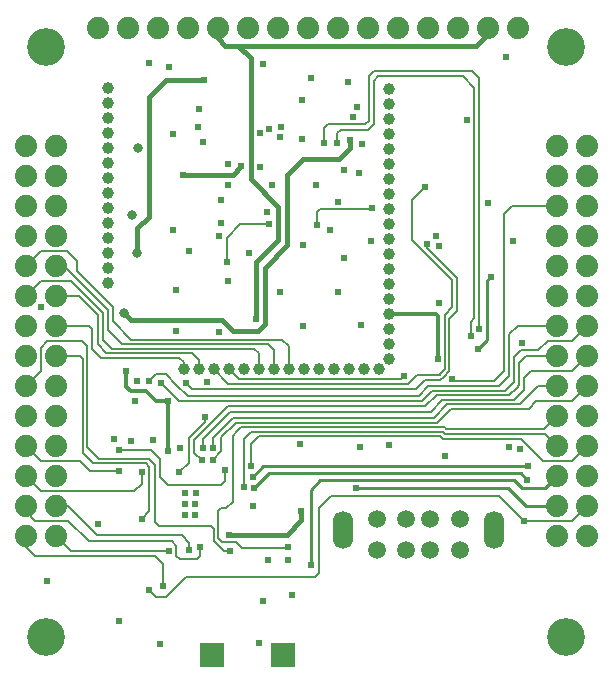
<source format=gbr>
G04 (created by PCBNEW (2013-03-19 BZR 4004)-stable) date 2015/1/14 18:16:16*
%MOIN*%
G04 Gerber Fmt 3.4, Leading zero omitted, Abs format*
%FSLAX34Y34*%
G01*
G70*
G90*
G04 APERTURE LIST*
%ADD10C,0*%
%ADD11R,0.081X0.081*%
%ADD12C,0.126*%
%ADD13C,0.0393701*%
%ADD14C,0.074*%
%ADD15C,0.0590551*%
%ADD16O,0.0669291X0.125984*%
%ADD17C,0.0240157*%
%ADD18C,0.024*%
%ADD19C,0.032*%
%ADD20C,0.008*%
%ADD21C,0.006*%
%ADD22C,0.01*%
%ADD23C,0.016*%
%ADD24C,0.012*%
G04 APERTURE END LIST*
G54D10*
G54D11*
X37818Y-52150D03*
X40181Y-52150D03*
G54D12*
X49606Y-51574D03*
X49606Y-31889D03*
G54D13*
X34346Y-33260D03*
X34346Y-33760D03*
X34346Y-34260D03*
X34346Y-34760D03*
X34346Y-35260D03*
X34346Y-35760D03*
X34346Y-36260D03*
X34346Y-36760D03*
X34346Y-37260D03*
X34346Y-37760D03*
X34346Y-38260D03*
X34346Y-38760D03*
X34346Y-39260D03*
X34346Y-39760D03*
X43372Y-42640D03*
X42872Y-42640D03*
X42372Y-42640D03*
X41872Y-42640D03*
X41372Y-42640D03*
X40872Y-42640D03*
X40372Y-42640D03*
X39872Y-42640D03*
X39372Y-42640D03*
X38872Y-42640D03*
X38372Y-42640D03*
X37872Y-42640D03*
X37372Y-42640D03*
X36872Y-42640D03*
X43722Y-33290D03*
X43722Y-33790D03*
X43722Y-34290D03*
X43722Y-34790D03*
X43722Y-35290D03*
X43722Y-35790D03*
X43722Y-36290D03*
X43722Y-36790D03*
X43722Y-37290D03*
X43722Y-37790D03*
X43722Y-38290D03*
X43722Y-38790D03*
X43722Y-39290D03*
X43722Y-39790D03*
X43722Y-40290D03*
X43722Y-40790D03*
X43722Y-41290D03*
X43722Y-41790D03*
X43722Y-42290D03*
G54D12*
X32283Y-31889D03*
X32283Y-51574D03*
G54D14*
X37000Y-31250D03*
X38000Y-31250D03*
X39000Y-31250D03*
X40000Y-31250D03*
X41000Y-31250D03*
X42000Y-31250D03*
X43000Y-31250D03*
X44000Y-31250D03*
X45000Y-31250D03*
X46000Y-31250D03*
X47000Y-31250D03*
X48000Y-31250D03*
G54D15*
X44291Y-48661D03*
X45078Y-48661D03*
X44291Y-47637D03*
X45078Y-47637D03*
X43307Y-47637D03*
X43307Y-48661D03*
X46062Y-47637D03*
X46062Y-48661D03*
G54D16*
X42165Y-47992D03*
X47204Y-47992D03*
G54D14*
X49300Y-41200D03*
X50300Y-41200D03*
X49300Y-42200D03*
X50300Y-42200D03*
X49300Y-43200D03*
X50300Y-43200D03*
X49300Y-44200D03*
X50300Y-44200D03*
X49300Y-45200D03*
X50300Y-45200D03*
X49300Y-46200D03*
X50300Y-46200D03*
X49300Y-47200D03*
X50300Y-47200D03*
X49300Y-48200D03*
X50300Y-48200D03*
X31600Y-35200D03*
X32600Y-35200D03*
X31600Y-36200D03*
X32600Y-36200D03*
X31600Y-37200D03*
X32600Y-37200D03*
X31600Y-38200D03*
X32600Y-38200D03*
X31600Y-39200D03*
X32600Y-39200D03*
X31600Y-40200D03*
X32600Y-40200D03*
X31600Y-41200D03*
X32600Y-41200D03*
X32600Y-48200D03*
X31600Y-48200D03*
X32600Y-47200D03*
X31600Y-47200D03*
X32600Y-46200D03*
X31600Y-46200D03*
X32600Y-45200D03*
X31600Y-45200D03*
X32600Y-44200D03*
X31600Y-44200D03*
X32600Y-43200D03*
X31600Y-43200D03*
X32600Y-42200D03*
X31600Y-42200D03*
X49300Y-35200D03*
X50300Y-35200D03*
X49300Y-36200D03*
X50300Y-36200D03*
X49300Y-37200D03*
X50300Y-37200D03*
X49300Y-38200D03*
X50300Y-38200D03*
X49300Y-39200D03*
X50300Y-39200D03*
X49300Y-40200D03*
X50300Y-40200D03*
X34000Y-31250D03*
X35000Y-31250D03*
X36000Y-31250D03*
G54D17*
X35325Y-43025D03*
G54D18*
X46300Y-34325D03*
X39525Y-32450D03*
X35725Y-50000D03*
X48200Y-47700D03*
X46675Y-41950D03*
X47100Y-39550D03*
G54D17*
X35100Y-45016D03*
X38790Y-35875D03*
X36850Y-36150D03*
X45375Y-38525D03*
X38050Y-41400D03*
X43150Y-37250D03*
X41300Y-37825D03*
X39800Y-36500D03*
G54D18*
X39050Y-38750D03*
G54D17*
X40475Y-50175D03*
X36375Y-32575D03*
X34950Y-42700D03*
G54D18*
X41100Y-32925D03*
G54D17*
X36350Y-45350D03*
X36350Y-43700D03*
X40732Y-45130D03*
X39666Y-49000D03*
X47000Y-37100D03*
X36600Y-40000D03*
X39275Y-40975D03*
X35725Y-43025D03*
X36100Y-43100D03*
X37475Y-45675D03*
X37500Y-45250D03*
X37850Y-45275D03*
X37850Y-45650D03*
X37650Y-43050D03*
X42600Y-46600D03*
X36725Y-46075D03*
X37575Y-44225D03*
X36375Y-48700D03*
X36175Y-49850D03*
X37050Y-48650D03*
X37425Y-48575D03*
X35467Y-46056D03*
X34700Y-45325D03*
X34700Y-46025D03*
X38250Y-46000D03*
X38425Y-48700D03*
X35467Y-47629D03*
X44975Y-38450D03*
X36950Y-43100D03*
X40350Y-48575D03*
X39125Y-45875D03*
X48325Y-46325D03*
X39200Y-46600D03*
X48350Y-45875D03*
X39175Y-46225D03*
X41100Y-49150D03*
X38875Y-46575D03*
X39175Y-47200D03*
G54D19*
X35350Y-35275D03*
G54D17*
X44225Y-42875D03*
X45825Y-42950D03*
X45350Y-42300D03*
X44925Y-36550D03*
X43686Y-38250D03*
G54D18*
X32325Y-49700D03*
X32100Y-40550D03*
G54D17*
X47700Y-45225D03*
X48075Y-45300D03*
X41975Y-35100D03*
X46450Y-41525D03*
X41550Y-35100D03*
X46700Y-41300D03*
X42425Y-35000D03*
X42750Y-45225D03*
G54D19*
X34875Y-40750D03*
G54D17*
X43725Y-45150D03*
X37550Y-33000D03*
G54D19*
X35316Y-38750D03*
G54D17*
X35700Y-32425D03*
G54D19*
X35156Y-37500D03*
G54D17*
X48150Y-41760D03*
X35850Y-45000D03*
X47625Y-32225D03*
X45580Y-45540D03*
X45280Y-38200D03*
X45375Y-40425D03*
X34550Y-44950D03*
X36625Y-41375D03*
X40850Y-41200D03*
X42762Y-41166D03*
X39400Y-35900D03*
X42700Y-36100D03*
X42800Y-35125D03*
X41275Y-36500D03*
X40846Y-38500D03*
X39650Y-37400D03*
X36750Y-45250D03*
X35250Y-43700D03*
X36496Y-38000D03*
X37500Y-35075D03*
X36496Y-34794D03*
X42350Y-33050D03*
X40800Y-33675D03*
X47838Y-38375D03*
X34025Y-47800D03*
X36075Y-51800D03*
X39375Y-51775D03*
X39525Y-50375D03*
X40334Y-49000D03*
X43100Y-38375D03*
X37250Y-47500D03*
X37250Y-47125D03*
X36900Y-47500D03*
X36900Y-47125D03*
X36900Y-46750D03*
X37275Y-46750D03*
G54D18*
X38050Y-38200D03*
G54D17*
X37050Y-38700D03*
X38300Y-39050D03*
X39700Y-37800D03*
G54D18*
X38350Y-39700D03*
X38350Y-35800D03*
X38100Y-37000D03*
X38100Y-37750D03*
X38350Y-36500D03*
X41750Y-38000D03*
X42000Y-37050D03*
G54D17*
X40075Y-40050D03*
X42000Y-40075D03*
G54D18*
X40075Y-34900D03*
X42225Y-36000D03*
G54D17*
X40775Y-47375D03*
X38375Y-48150D03*
G54D18*
X34700Y-51025D03*
X42200Y-38925D03*
G54D17*
X42525Y-34225D03*
G54D18*
X40100Y-34550D03*
X40800Y-34975D03*
G54D17*
X37350Y-34575D03*
G54D18*
X39425Y-34775D03*
X39725Y-34625D03*
G54D17*
X37375Y-33975D03*
X42637Y-33912D03*
G54D20*
X48200Y-47700D02*
X47375Y-46875D01*
X47375Y-46875D02*
X41775Y-46875D01*
X41775Y-46875D02*
X41375Y-47275D01*
X41375Y-47275D02*
X41375Y-49425D01*
X41375Y-49425D02*
X41250Y-49550D01*
X41250Y-49550D02*
X36950Y-49550D01*
X36950Y-49550D02*
X36275Y-50225D01*
X36275Y-50225D02*
X35950Y-50225D01*
X35950Y-50225D02*
X35725Y-50000D01*
G54D21*
X50300Y-47200D02*
X49800Y-47700D01*
X49800Y-47700D02*
X48200Y-47700D01*
G54D22*
X47100Y-39550D02*
X46975Y-39675D01*
X46975Y-39675D02*
X46975Y-41650D01*
X46975Y-41650D02*
X46675Y-41950D01*
G54D23*
X36850Y-36150D02*
X38515Y-36150D01*
X38515Y-36150D02*
X38790Y-35875D01*
G54D21*
X42450Y-37300D02*
X43100Y-37300D01*
X43100Y-37300D02*
X43150Y-37250D01*
X41300Y-37825D02*
X41300Y-37400D01*
X41400Y-37300D02*
X42450Y-37300D01*
X42450Y-37300D02*
X43175Y-37300D01*
X41300Y-37400D02*
X41400Y-37300D01*
G54D24*
X36350Y-43700D02*
X35950Y-43700D01*
X35950Y-43700D02*
X35625Y-43375D01*
X35625Y-43375D02*
X35100Y-43375D01*
X35100Y-43375D02*
X34950Y-43225D01*
X34950Y-43225D02*
X34950Y-42700D01*
X36350Y-43700D02*
X36350Y-45350D01*
G54D23*
X39100Y-34800D02*
X39100Y-36300D01*
X39100Y-36300D02*
X40025Y-37225D01*
X39275Y-40975D02*
X39275Y-39075D01*
X39275Y-39075D02*
X40025Y-38325D01*
X40025Y-38325D02*
X40025Y-37225D01*
X39100Y-34800D02*
X39100Y-32275D01*
X39100Y-32275D02*
X38675Y-31850D01*
X47000Y-31250D02*
X47000Y-31450D01*
X47000Y-31450D02*
X46600Y-31850D01*
X46600Y-31850D02*
X38675Y-31850D01*
X38675Y-31850D02*
X38250Y-31850D01*
X38250Y-31850D02*
X38000Y-31600D01*
X38000Y-31600D02*
X38000Y-31250D01*
G54D21*
X36625Y-43150D02*
X37000Y-43525D01*
X44700Y-43525D02*
X45015Y-43209D01*
X37000Y-43525D02*
X44700Y-43525D01*
X47625Y-42975D02*
X47390Y-43209D01*
X47390Y-43209D02*
X45015Y-43209D01*
X48275Y-41200D02*
X48000Y-41200D01*
X48000Y-41200D02*
X47725Y-41475D01*
X47725Y-42875D02*
X47725Y-41475D01*
X47625Y-42975D02*
X47725Y-42875D01*
X48275Y-41200D02*
X49300Y-41200D01*
X36625Y-43150D02*
X36275Y-42800D01*
X35950Y-42800D02*
X36275Y-42800D01*
X35725Y-43025D02*
X35950Y-42800D01*
X47875Y-42600D02*
X47875Y-42235D01*
X47875Y-42235D02*
X48100Y-42010D01*
X48100Y-42010D02*
X48690Y-42010D01*
X48690Y-42010D02*
X49000Y-41700D01*
X36100Y-43100D02*
X36700Y-43700D01*
X44800Y-43700D02*
X45150Y-43350D01*
X36700Y-43700D02*
X44800Y-43700D01*
X47575Y-43350D02*
X47875Y-43050D01*
X45150Y-43350D02*
X47575Y-43350D01*
X49800Y-41700D02*
X50300Y-41200D01*
X47875Y-43050D02*
X47875Y-42600D01*
X49000Y-41700D02*
X49800Y-41700D01*
X37225Y-45200D02*
X37225Y-45000D01*
X37225Y-45000D02*
X38350Y-43875D01*
X38350Y-43875D02*
X38375Y-43875D01*
X37475Y-45675D02*
X37225Y-45425D01*
X37225Y-45425D02*
X37225Y-45200D01*
X44925Y-43875D02*
X45300Y-43500D01*
X38375Y-43875D02*
X44925Y-43875D01*
X47975Y-43250D02*
X47725Y-43500D01*
X47725Y-43500D02*
X45300Y-43500D01*
X48275Y-42200D02*
X49300Y-42200D01*
X48050Y-42425D02*
X48275Y-42200D01*
X48050Y-43175D02*
X48050Y-42425D01*
X47975Y-43250D02*
X48050Y-43175D01*
X37500Y-45250D02*
X37500Y-44975D01*
X37500Y-44975D02*
X38425Y-44050D01*
X38425Y-44050D02*
X38600Y-44050D01*
X45095Y-44050D02*
X45485Y-43659D01*
X38600Y-44050D02*
X45095Y-44050D01*
X47890Y-43659D02*
X48225Y-43325D01*
X45485Y-43659D02*
X47890Y-43659D01*
X49800Y-42700D02*
X50300Y-42200D01*
X48225Y-43325D02*
X48225Y-42925D01*
X48225Y-42925D02*
X48450Y-42700D01*
X48450Y-42700D02*
X49800Y-42700D01*
X37850Y-45275D02*
X37850Y-44925D01*
X37850Y-44925D02*
X38525Y-44250D01*
X38525Y-44250D02*
X38625Y-44250D01*
X45200Y-44250D02*
X45650Y-43800D01*
X38625Y-44250D02*
X45200Y-44250D01*
X48412Y-43462D02*
X48075Y-43800D01*
X48075Y-43800D02*
X45650Y-43800D01*
X48675Y-43200D02*
X49300Y-43200D01*
X48412Y-43462D02*
X48675Y-43200D01*
X38125Y-45150D02*
X38125Y-44900D01*
X38125Y-44900D02*
X38600Y-44425D01*
X37850Y-45650D02*
X38125Y-45375D01*
X45775Y-43950D02*
X45300Y-44425D01*
X45300Y-44425D02*
X38600Y-44425D01*
X48375Y-43950D02*
X48625Y-43700D01*
X45775Y-43950D02*
X48375Y-43950D01*
X49800Y-43700D02*
X50300Y-43200D01*
X48625Y-43700D02*
X49800Y-43700D01*
X38125Y-45375D02*
X38125Y-45150D01*
G54D22*
X49300Y-47200D02*
X48275Y-47200D01*
X48275Y-47200D02*
X47675Y-46600D01*
X47675Y-46600D02*
X42600Y-46600D01*
G54D21*
X37575Y-44225D02*
X37575Y-44400D01*
X37575Y-44400D02*
X37050Y-44925D01*
X37050Y-44925D02*
X37050Y-45750D01*
X37050Y-45750D02*
X36725Y-46075D01*
X36375Y-48700D02*
X33100Y-48700D01*
X33100Y-48700D02*
X32600Y-48200D01*
X36175Y-49850D02*
X36175Y-49125D01*
X31600Y-48550D02*
X31600Y-48200D01*
X31925Y-48875D02*
X31600Y-48550D01*
X35925Y-48875D02*
X31925Y-48875D01*
X36175Y-49125D02*
X35925Y-48875D01*
X32600Y-47200D02*
X33000Y-47200D01*
X37050Y-48425D02*
X37050Y-48650D01*
X36800Y-48175D02*
X37050Y-48425D01*
X33975Y-48175D02*
X36800Y-48175D01*
X33000Y-47200D02*
X33975Y-48175D01*
X36475Y-48375D02*
X33700Y-48375D01*
X33700Y-48375D02*
X33025Y-47700D01*
X31600Y-47200D02*
X31600Y-47375D01*
X37425Y-48850D02*
X37425Y-48575D01*
X37300Y-48975D02*
X37425Y-48850D01*
X36750Y-48975D02*
X37300Y-48975D01*
X36625Y-48850D02*
X36750Y-48975D01*
X36625Y-48525D02*
X36625Y-48850D01*
X36475Y-48375D02*
X36625Y-48525D01*
X31925Y-47700D02*
X33025Y-47700D01*
X31600Y-47375D02*
X31925Y-47700D01*
X32750Y-46700D02*
X35225Y-46700D01*
X35467Y-46458D02*
X35467Y-46056D01*
X35225Y-46700D02*
X35467Y-46458D01*
X32100Y-46700D02*
X31600Y-46200D01*
X32750Y-46700D02*
X32100Y-46700D01*
X35775Y-45325D02*
X36065Y-45615D01*
X36065Y-45615D02*
X36065Y-46215D01*
X36065Y-46215D02*
X36350Y-46500D01*
X36350Y-46500D02*
X38100Y-46500D01*
X38100Y-46500D02*
X38250Y-46350D01*
X38250Y-46350D02*
X38250Y-46000D01*
X35650Y-45325D02*
X35775Y-45325D01*
X34700Y-45325D02*
X35650Y-45325D01*
X31600Y-45200D02*
X32100Y-45700D01*
X33750Y-46025D02*
X34700Y-46025D01*
X33425Y-45700D02*
X33750Y-46025D01*
X32100Y-45700D02*
X33425Y-45700D01*
X35925Y-45825D02*
X35925Y-47725D01*
X36050Y-47850D02*
X35925Y-47725D01*
X37875Y-48350D02*
X37875Y-47950D01*
X37875Y-47950D02*
X37775Y-47850D01*
X37775Y-47850D02*
X36050Y-47850D01*
X38425Y-48700D02*
X38225Y-48700D01*
X38225Y-48700D02*
X37875Y-48350D01*
X31600Y-43200D02*
X32100Y-42700D01*
X35725Y-45625D02*
X35925Y-45825D01*
X34050Y-45625D02*
X35725Y-45625D01*
X33650Y-45225D02*
X34050Y-45625D01*
X33650Y-41875D02*
X33650Y-45225D01*
X33475Y-41700D02*
X33650Y-41875D01*
X32325Y-41700D02*
X33475Y-41700D01*
X32100Y-41925D02*
X32325Y-41700D01*
X32100Y-42700D02*
X32100Y-41925D01*
X32600Y-42200D02*
X33400Y-42200D01*
X35725Y-47375D02*
X35475Y-47625D01*
X35725Y-45900D02*
X35725Y-47375D01*
X35600Y-45775D02*
X35725Y-45900D01*
X33850Y-45775D02*
X35600Y-45775D01*
X33500Y-45425D02*
X33850Y-45775D01*
X33500Y-42300D02*
X33500Y-45425D01*
X33400Y-42200D02*
X33500Y-42300D01*
X45487Y-39112D02*
X45975Y-39600D01*
X45975Y-39600D02*
X45975Y-39700D01*
X45487Y-39112D02*
X44975Y-38600D01*
X44975Y-38600D02*
X44975Y-38450D01*
X37150Y-43300D02*
X36950Y-43100D01*
X44450Y-43300D02*
X37150Y-43300D01*
X44900Y-43000D02*
X45150Y-43000D01*
X44600Y-43300D02*
X44900Y-43000D01*
X44450Y-43300D02*
X44600Y-43300D01*
X45425Y-43000D02*
X45537Y-42887D01*
X45150Y-43000D02*
X45425Y-43000D01*
X45725Y-42700D02*
X45725Y-40950D01*
X45537Y-42887D02*
X45725Y-42700D01*
X45975Y-40700D02*
X45725Y-40950D01*
X45975Y-39700D02*
X45975Y-40700D01*
X38652Y-44697D02*
X38770Y-44580D01*
X38770Y-44580D02*
X45567Y-44580D01*
X45567Y-44580D02*
X45612Y-44625D01*
X38652Y-44697D02*
X38500Y-44850D01*
X38500Y-44850D02*
X38500Y-47050D01*
X38500Y-47050D02*
X38275Y-47275D01*
X38925Y-48600D02*
X38800Y-48600D01*
X38800Y-48600D02*
X38600Y-48400D01*
X38600Y-48400D02*
X38150Y-48400D01*
X38150Y-48400D02*
X38025Y-48275D01*
X38025Y-48275D02*
X38025Y-47375D01*
X38025Y-47375D02*
X38125Y-47275D01*
X38125Y-47275D02*
X38275Y-47275D01*
X48875Y-44625D02*
X45612Y-44625D01*
X49300Y-44200D02*
X48875Y-44625D01*
X38600Y-48400D02*
X38800Y-48600D01*
X40325Y-48600D02*
X40350Y-48575D01*
X38925Y-48600D02*
X40325Y-48600D01*
X39125Y-45125D02*
X39374Y-44876D01*
X39374Y-44876D02*
X45412Y-44876D01*
X45412Y-44876D02*
X45511Y-44975D01*
X39125Y-45125D02*
X39125Y-45875D01*
X49800Y-45700D02*
X50300Y-45200D01*
X48850Y-45700D02*
X49800Y-45700D01*
X48125Y-44975D02*
X48850Y-45700D01*
X45511Y-44975D02*
X48125Y-44975D01*
G54D22*
X39200Y-46600D02*
X39700Y-46100D01*
X39700Y-46100D02*
X48100Y-46100D01*
X48100Y-46100D02*
X48325Y-46325D01*
X39175Y-46225D02*
X39525Y-45875D01*
X39525Y-45875D02*
X48350Y-45875D01*
X41100Y-49150D02*
X41100Y-46650D01*
X41100Y-46650D02*
X41425Y-46325D01*
X41425Y-46325D02*
X47875Y-46325D01*
X47875Y-46325D02*
X48150Y-46600D01*
X48150Y-46600D02*
X48900Y-46600D01*
X48900Y-46600D02*
X49300Y-46200D01*
G54D21*
X45837Y-44800D02*
X45570Y-44800D01*
X45570Y-44800D02*
X45502Y-44732D01*
X45502Y-44732D02*
X39110Y-44732D01*
X39110Y-44732D02*
X38875Y-44967D01*
X38875Y-46575D02*
X38875Y-44967D01*
X49300Y-45200D02*
X48900Y-44800D01*
X48900Y-44800D02*
X45837Y-44800D01*
X34175Y-41075D02*
X34175Y-41650D01*
X34175Y-41650D02*
X34475Y-41950D01*
X34475Y-41950D02*
X39225Y-41950D01*
X39225Y-41950D02*
X39372Y-42097D01*
X39372Y-42097D02*
X39372Y-42640D01*
X32675Y-39700D02*
X33125Y-39700D01*
X34175Y-40750D02*
X34175Y-40775D01*
X33125Y-39700D02*
X34175Y-40750D01*
X34175Y-41075D02*
X34175Y-40775D01*
X32100Y-39700D02*
X31600Y-40200D01*
X32675Y-39700D02*
X32100Y-39700D01*
X39872Y-42640D02*
X39872Y-41997D01*
X39872Y-41997D02*
X39665Y-41790D01*
X39665Y-41790D02*
X34815Y-41790D01*
X34815Y-41790D02*
X34350Y-41325D01*
X32600Y-39200D02*
X32875Y-39200D01*
X34350Y-40675D02*
X34350Y-41325D01*
X32875Y-39200D02*
X34350Y-40675D01*
X43750Y-42975D02*
X44125Y-42975D01*
X44125Y-42975D02*
X44225Y-42875D01*
X46175Y-43025D02*
X45900Y-43025D01*
X45900Y-43025D02*
X45825Y-42950D01*
X38372Y-42640D02*
X38707Y-42975D01*
X38707Y-42975D02*
X43750Y-42975D01*
X47825Y-37200D02*
X49300Y-37200D01*
X47550Y-37475D02*
X47825Y-37200D01*
X47550Y-42700D02*
X47550Y-37475D01*
X47225Y-43025D02*
X47550Y-42700D01*
X46175Y-43025D02*
X47225Y-43025D01*
X37372Y-42640D02*
X37372Y-42322D01*
X37372Y-42322D02*
X37140Y-42090D01*
X37140Y-42090D02*
X34290Y-42090D01*
X34290Y-42090D02*
X34000Y-41800D01*
X32600Y-40200D02*
X33384Y-40200D01*
X33384Y-40200D02*
X34000Y-40815D01*
X34000Y-41800D02*
X34000Y-40815D01*
X36872Y-42640D02*
X36872Y-42397D01*
X36872Y-42397D02*
X36725Y-42250D01*
X36725Y-42250D02*
X34125Y-42250D01*
X34125Y-42250D02*
X33825Y-41950D01*
X33725Y-41200D02*
X32600Y-41200D01*
X33825Y-41300D02*
X33725Y-41200D01*
X33825Y-41950D02*
X33825Y-41300D01*
G54D24*
X43722Y-40790D02*
X45279Y-40790D01*
X45279Y-40790D02*
X45350Y-40860D01*
X45350Y-40860D02*
X45350Y-42300D01*
G54D21*
X45584Y-40925D02*
X45584Y-40815D01*
X45584Y-40815D02*
X45825Y-40575D01*
X45825Y-40575D02*
X45825Y-39675D01*
X45825Y-39675D02*
X45584Y-39434D01*
X45425Y-42800D02*
X45584Y-42640D01*
X45584Y-42640D02*
X45584Y-40925D01*
X45584Y-39434D02*
X44475Y-38325D01*
X44437Y-43037D02*
X44650Y-42825D01*
X44650Y-42825D02*
X45400Y-42825D01*
X45400Y-42825D02*
X45425Y-42800D01*
X44475Y-38325D02*
X44475Y-38225D01*
X44437Y-43037D02*
X44350Y-43125D01*
X44350Y-43125D02*
X38357Y-43125D01*
X38357Y-43125D02*
X37872Y-42640D01*
X44475Y-38225D02*
X44475Y-37000D01*
X44475Y-37000D02*
X44925Y-36550D01*
X34500Y-41025D02*
X35125Y-41650D01*
X35125Y-41650D02*
X40150Y-41650D01*
X40150Y-41650D02*
X40372Y-41872D01*
X40372Y-41872D02*
X40372Y-42640D01*
X31600Y-39200D02*
X32100Y-38700D01*
X34500Y-40575D02*
X34500Y-41025D01*
X33300Y-39375D02*
X34500Y-40575D01*
X33300Y-39025D02*
X33300Y-39375D01*
X32975Y-38700D02*
X33300Y-39025D01*
X32100Y-38700D02*
X32975Y-38700D01*
X46175Y-32875D02*
X46559Y-33259D01*
X46559Y-33259D02*
X46559Y-40940D01*
X46559Y-40940D02*
X46450Y-41050D01*
X42600Y-34650D02*
X43025Y-34650D01*
X43025Y-34650D02*
X43200Y-34475D01*
X43200Y-34475D02*
X43200Y-33025D01*
X43200Y-33025D02*
X43350Y-32875D01*
X46175Y-32875D02*
X45800Y-32875D01*
X41975Y-35100D02*
X41975Y-34775D01*
X46450Y-41050D02*
X46450Y-41525D01*
X43350Y-32875D02*
X45800Y-32875D01*
X42100Y-34650D02*
X42600Y-34650D01*
X41975Y-34775D02*
X42100Y-34650D01*
X42475Y-34475D02*
X42925Y-34475D01*
X42925Y-34475D02*
X43050Y-34350D01*
X43050Y-34350D02*
X43050Y-32850D01*
X43050Y-32850D02*
X43200Y-32700D01*
X45750Y-32700D02*
X46475Y-32700D01*
X46700Y-32925D02*
X46700Y-33475D01*
X46475Y-32700D02*
X46700Y-32925D01*
X41550Y-35100D02*
X41550Y-34600D01*
X46700Y-33475D02*
X46700Y-41300D01*
X43200Y-32700D02*
X45750Y-32700D01*
X41675Y-34475D02*
X42475Y-34475D01*
X41550Y-34600D02*
X41675Y-34475D01*
G54D23*
X42425Y-35000D02*
X42425Y-35250D01*
X42425Y-35250D02*
X42050Y-35625D01*
X42050Y-35625D02*
X40850Y-35625D01*
X40850Y-35625D02*
X40325Y-36150D01*
X40325Y-36150D02*
X40325Y-38500D01*
X40325Y-38500D02*
X39575Y-39250D01*
X39575Y-39250D02*
X39575Y-41125D01*
X39575Y-41125D02*
X39350Y-41350D01*
X39350Y-41350D02*
X38500Y-41350D01*
X38500Y-41350D02*
X38150Y-41000D01*
X38150Y-41000D02*
X35125Y-41000D01*
X35125Y-41000D02*
X34875Y-40750D01*
X35316Y-38750D02*
X35316Y-37933D01*
X35316Y-37933D02*
X35700Y-37550D01*
X35700Y-37550D02*
X35700Y-33575D01*
X35700Y-33575D02*
X36275Y-33000D01*
X36275Y-33000D02*
X37550Y-33000D01*
G54D21*
X39700Y-37800D02*
X38750Y-37800D01*
X38750Y-37800D02*
X38300Y-38250D01*
X38300Y-38250D02*
X38300Y-39050D01*
G54D23*
X40300Y-48150D02*
X40775Y-47675D01*
X40775Y-47675D02*
X40775Y-47375D01*
X38375Y-48150D02*
X40300Y-48150D01*
M02*

</source>
